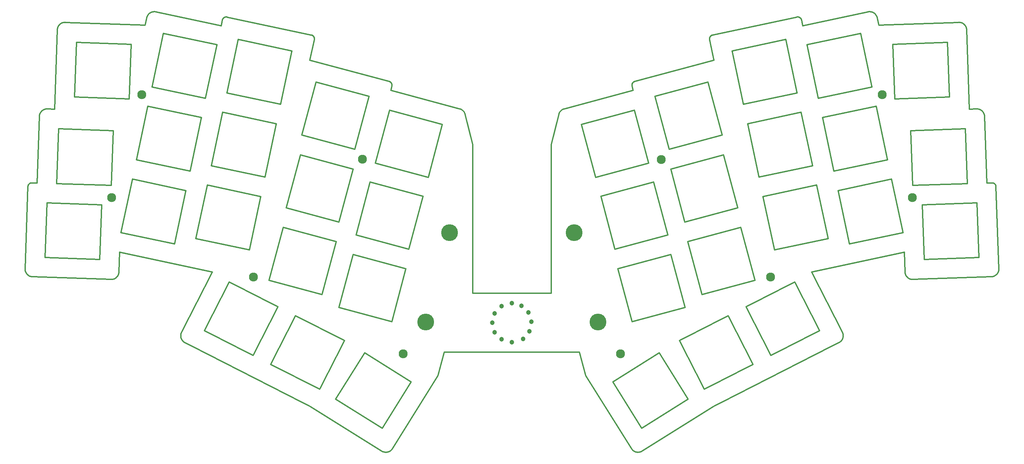
<source format=gbr>
%TF.GenerationSoftware,KiCad,Pcbnew,(6.0.6)*%
%TF.CreationDate,2022-07-10T22:04:10+09:00*%
%TF.ProjectId,nowt_top_plate,6e6f7774-5f74-46f7-905f-706c6174652e,rev?*%
%TF.SameCoordinates,Original*%
%TF.FileFunction,Soldermask,Bot*%
%TF.FilePolarity,Negative*%
%FSLAX46Y46*%
G04 Gerber Fmt 4.6, Leading zero omitted, Abs format (unit mm)*
G04 Created by KiCad (PCBNEW (6.0.6)) date 2022-07-10 22:04:10*
%MOMM*%
%LPD*%
G01*
G04 APERTURE LIST*
%TA.AperFunction,Profile*%
%ADD10C,0.349999*%
%TD*%
%ADD11C,2.300000*%
%ADD12C,4.300000*%
%ADD13C,1.200000*%
G04 APERTURE END LIST*
D10*
X60574183Y-106595409D02*
X60611627Y-106686843D01*
X268368122Y-66960407D02*
X268327007Y-66933615D01*
X178268392Y-129570598D02*
X170849523Y-117697925D01*
X221915456Y-62417575D02*
X208221379Y-65328338D01*
X135096517Y-95017428D02*
X135096517Y-57017425D01*
X182722188Y-110279056D02*
X182722188Y-110279056D01*
X71975821Y-24349573D02*
X71927106Y-24355292D01*
X181327611Y-66605006D02*
X181327611Y-66605006D01*
X265886617Y-49790467D02*
X265886617Y-49790467D01*
X111990434Y-135496236D02*
X112079714Y-135537795D01*
X245554595Y-89673526D02*
X245565355Y-89771720D01*
X196251191Y-28984401D02*
X196204852Y-29003241D01*
X43436566Y-91341699D02*
X43525265Y-91300922D01*
X89809743Y-100747767D02*
X83453878Y-113221858D01*
X114121679Y-43115027D02*
X114405217Y-42056855D01*
X21261983Y-90239163D02*
X21332297Y-90304519D01*
X43778705Y-91152846D02*
X43858413Y-91095112D01*
X145096517Y-95017428D02*
X145096517Y-95017428D01*
X94198866Y-29128076D02*
X94159703Y-29099278D01*
X269183735Y-89939904D02*
X269237338Y-89857698D01*
X132923131Y-48769717D02*
X132854309Y-48657354D01*
X113789873Y-135484815D02*
X113875812Y-135438151D01*
X218265957Y-24355285D02*
X218217241Y-24349566D01*
X170849523Y-117697925D02*
X170849523Y-117697925D01*
X219076756Y-25038712D02*
X219060131Y-24991083D01*
X80921697Y-70267982D02*
X67227628Y-67357219D01*
X176152925Y-135333081D02*
X176233767Y-135387805D01*
X202809606Y-73173369D02*
X202809606Y-73173369D01*
X52684961Y-23263975D02*
X52600446Y-23315928D01*
X176267282Y-40924330D02*
X176225182Y-40949138D01*
X267802320Y-90788848D02*
X267899518Y-90773335D01*
X268275047Y-90665030D02*
X268364806Y-90626759D01*
X157108606Y-49134266D02*
X157070913Y-49263894D01*
X26272052Y-47860498D02*
X26170279Y-47864677D01*
X94339232Y-29260203D02*
X94306680Y-29224780D01*
X105241948Y-80127971D02*
X118764913Y-83751437D01*
X228657003Y-107665782D02*
X228744304Y-107618594D01*
X93894249Y-28967784D02*
X93845379Y-28953446D01*
X175757100Y-41716043D02*
X175754285Y-41764772D01*
X132304768Y-48100941D02*
X132193269Y-48030727D01*
X195646475Y-29636186D02*
X195633837Y-29682954D01*
X187909185Y-107103633D02*
X187909185Y-107103633D01*
X221689946Y-89584628D02*
X245373235Y-84550586D01*
X52439988Y-23431798D02*
X52364686Y-23495165D01*
X54105573Y-23036988D02*
X54105573Y-23036988D01*
X246183538Y-90967509D02*
X246257758Y-91033351D01*
X71523509Y-24506906D02*
X71483903Y-24533992D01*
X256897420Y-44812654D02*
X242905950Y-45301246D01*
X71090017Y-25137643D02*
X70782987Y-26581882D01*
X195767001Y-29374974D02*
X195741834Y-29415828D01*
X263818517Y-47861493D02*
X263818517Y-47861493D01*
X95017347Y-41002997D02*
X95017347Y-41002997D01*
X195627507Y-30127522D02*
X195627507Y-30127522D01*
X135096517Y-57017425D02*
X135096517Y-57017425D01*
X104916845Y-58149425D02*
X108540303Y-44626464D01*
X108540303Y-44626464D02*
X95017347Y-41002997D01*
X20658979Y-88736903D02*
X20657987Y-88839836D01*
X24306516Y-49790496D02*
X24306516Y-49790496D01*
X229646511Y-105248485D02*
X229612973Y-105155926D01*
X25777502Y-47930616D02*
X25683537Y-47958800D01*
X175971030Y-41175638D02*
X175941359Y-41214897D01*
X52950339Y-23134955D02*
X52860082Y-23173456D01*
X260975525Y-26622183D02*
X260920704Y-26542902D01*
X113611145Y-135565474D02*
X113701602Y-135527290D01*
X195718634Y-29457854D02*
X195697449Y-29500978D01*
X53089696Y-42245528D02*
X66783757Y-45156291D01*
X260519862Y-26131564D02*
X260442282Y-26074864D01*
X256408818Y-30821180D02*
X256408818Y-30821180D01*
X22426160Y-66785197D02*
X22426160Y-66785197D01*
X20658979Y-88736903D02*
X20658979Y-88736903D01*
X60541166Y-106501826D02*
X60541166Y-106501826D01*
X218819772Y-24626271D02*
X218784350Y-24593718D01*
X52039739Y-47185174D02*
X52039739Y-47185174D01*
X217917028Y-24367413D02*
X196397756Y-28941468D01*
X175887700Y-41298049D02*
X175887700Y-41298049D01*
X177548786Y-135690894D02*
X177645427Y-135677076D01*
X21709027Y-67053107D02*
X21673586Y-67087827D01*
X71132950Y-24991083D02*
X71116325Y-25038711D01*
X177157838Y-135698601D02*
X177255882Y-135703868D01*
X72836072Y-92099246D02*
X85310170Y-98455112D01*
X51339437Y-26431175D02*
X30960530Y-25719528D01*
X53812128Y-22997017D02*
X53714069Y-22993416D01*
X113967856Y-40949123D02*
X113925758Y-40924315D01*
X237828302Y-23495161D02*
X237752997Y-23431794D01*
X21815130Y-90621130D02*
X21904630Y-90660099D01*
X22283981Y-90771780D02*
X22383551Y-90788002D01*
X21405715Y-90366495D02*
X21482116Y-90424961D01*
X102283841Y-107103633D02*
X89809743Y-100747767D01*
X21551265Y-67241424D02*
X21525731Y-67283099D01*
X155096517Y-95017428D02*
X155096517Y-95017428D01*
X227370000Y-63790000D02*
X224459233Y-50095937D01*
X80921697Y-70267982D02*
X80921697Y-70267982D01*
X43346035Y-91378081D02*
X43436566Y-91341699D01*
X114122474Y-41067767D02*
X114086027Y-41035302D01*
X265831951Y-49389130D02*
X265806262Y-49293222D01*
X268928841Y-90241720D02*
X268998296Y-90170863D01*
X229733760Y-105629534D02*
X229719011Y-105533004D01*
X131701619Y-47825593D02*
X114121679Y-43115027D01*
X25501590Y-48028360D02*
X25413869Y-48069494D01*
X60661123Y-104975345D02*
X60661123Y-104975345D01*
X21391515Y-67749690D02*
X21391515Y-67749690D01*
X246414520Y-91152905D02*
X246496729Y-91206493D01*
X114416865Y-42008640D02*
X114426074Y-41960119D01*
X93988216Y-29003252D02*
X93941878Y-28984411D01*
X228828795Y-107567368D02*
X228910360Y-107512238D01*
X114265467Y-135145627D02*
X114334376Y-135076003D01*
X29113032Y-26801045D02*
X29070411Y-26888821D01*
X108865422Y-66605006D02*
X108865422Y-66605006D01*
X22087054Y-66831855D02*
X22040943Y-66847811D01*
X83453878Y-113221858D02*
X83453878Y-113221858D01*
X22278161Y-66790947D02*
X22229551Y-66797675D01*
X60489329Y-106310753D02*
X60512826Y-106406723D01*
X195605485Y-29926168D02*
X195607120Y-29976165D01*
X43696500Y-91206434D02*
X43778705Y-91152846D01*
X131701619Y-47825593D02*
X131701619Y-47825593D01*
X198799154Y-54525958D02*
X185276189Y-58149425D01*
X33784208Y-30821180D02*
X33784208Y-30821180D01*
X60459294Y-105629571D02*
X60449278Y-105726649D01*
X237332905Y-23173453D02*
X237242650Y-23134952D01*
X30282392Y-25812919D02*
X30190183Y-25844838D01*
X261190471Y-27057277D02*
X261155804Y-26965504D01*
X158362265Y-47864869D02*
X158237069Y-47912370D01*
X185706090Y-85153811D02*
X189329564Y-98676776D01*
X21444880Y-67460476D02*
X21430174Y-67507085D01*
X229539668Y-106775976D02*
X229581425Y-106686823D01*
X131955962Y-47912396D02*
X131830767Y-47864898D01*
X237592534Y-23315924D02*
X237508022Y-23263971D01*
X113424249Y-135628556D02*
X113518645Y-135599264D01*
X157781941Y-48178093D02*
X157681105Y-48261904D01*
X114405217Y-42056855D02*
X114405217Y-42056855D01*
X242114019Y-65818885D02*
X242114019Y-65818885D01*
X72238301Y-43783864D02*
X85932363Y-46694627D01*
X238033299Y-23705232D02*
X237968553Y-23632026D01*
X238153295Y-47185174D02*
X241064061Y-60879237D01*
X260734913Y-26322717D02*
X260666307Y-26255612D01*
X64316861Y-81051284D02*
X64316861Y-81051284D01*
X20825762Y-89610233D02*
X20866881Y-89697950D01*
X20756229Y-89428298D02*
X20788838Y-89520306D01*
X228744304Y-107618594D02*
X228828795Y-107567368D01*
X21643384Y-90530845D02*
X21728007Y-90578002D01*
X113230842Y-135673141D02*
X113328099Y-135653247D01*
X180020574Y-61727084D02*
X166497609Y-65350551D01*
X44819799Y-84550586D02*
X68503080Y-89584628D01*
X21399856Y-67651060D02*
X21394474Y-67700164D01*
X61364226Y-107567376D02*
X61448715Y-107618602D01*
X261267429Y-27344923D02*
X261246414Y-27247108D01*
X94559200Y-29682968D02*
X94546565Y-29636201D01*
X21578854Y-67200979D02*
X21551265Y-67241424D01*
X219041291Y-24944743D02*
X219020310Y-24899742D01*
X228419942Y-68729648D02*
X228419942Y-68729648D01*
X21131153Y-90098831D02*
X21194895Y-90170557D01*
X25760633Y-85913226D02*
X25760633Y-85913226D01*
X87383420Y-73173369D02*
X100906385Y-76796836D01*
X118009908Y-88777278D02*
X104486943Y-85153811D01*
X223409276Y-45156291D02*
X220498510Y-31462224D01*
X29388518Y-26397424D02*
X29325349Y-26472909D01*
X259734242Y-25765020D02*
X259636760Y-25746077D01*
X264947734Y-48163998D02*
X264864841Y-48114835D01*
X29600675Y-26189604D02*
X29526448Y-26255445D01*
X60493509Y-105437242D02*
X60474043Y-105533043D01*
X127318883Y-51827590D02*
X113795919Y-48204124D01*
X237421420Y-23216470D02*
X237332905Y-23173453D01*
X245770160Y-90421918D02*
X245817033Y-90507556D01*
X122388379Y-70228473D02*
X122388379Y-70228473D01*
X84882413Y-51634273D02*
X71188344Y-48723508D01*
X268552619Y-67124096D02*
X268519087Y-67087823D01*
X175776168Y-42008677D02*
X175787816Y-42056893D01*
X71195817Y-24856131D02*
X71172771Y-24899744D01*
X114222000Y-41175621D02*
X114190531Y-41137981D01*
X267704119Y-90799589D02*
X267802320Y-90788848D01*
X93527974Y-123946704D02*
X111817571Y-135399585D01*
X48079023Y-65818885D02*
X48079023Y-65818885D01*
X127829030Y-110126506D02*
X145096517Y-110126506D01*
X218454323Y-24401219D02*
X218408356Y-24386373D01*
X265385921Y-48535170D02*
X265320583Y-48464843D01*
X94585905Y-29976174D02*
X94587542Y-29926178D01*
X177836166Y-135635377D02*
X177929914Y-135607555D01*
X207188085Y-91722178D02*
X207188085Y-91722178D01*
X108540303Y-44626464D02*
X108540303Y-44626464D01*
X53042160Y-23101003D02*
X52950339Y-23134955D01*
X94398965Y-29335383D02*
X94370009Y-29297095D01*
X260279060Y-25972715D02*
X260193677Y-25927510D01*
X217917028Y-24367413D02*
X217917028Y-24367413D01*
X47775678Y-31309773D02*
X47775678Y-31309773D01*
X228657003Y-107665782D02*
X228657003Y-107665782D01*
X218168023Y-24346251D02*
X218118379Y-24345387D01*
X265561134Y-48764286D02*
X265506327Y-48685012D01*
X238853597Y-26431175D02*
X238853597Y-26431175D01*
X44465636Y-90334119D02*
X44503921Y-90244377D01*
X245655376Y-90152840D02*
X245689258Y-90244398D01*
X22090277Y-90725038D02*
X22186182Y-90750748D01*
X177741279Y-135658561D02*
X177836166Y-135635377D01*
X247491491Y-67443198D02*
X247002889Y-53451728D01*
X211238744Y-110929202D02*
X223712835Y-104573337D01*
X113328099Y-135653247D02*
X113424249Y-135628556D01*
X52292802Y-23561958D02*
X52224437Y-23632030D01*
X218217241Y-24349566D02*
X218168023Y-24346251D01*
X269372646Y-89597756D02*
X269409042Y-89507220D01*
X111817571Y-135399585D02*
X111902995Y-135450156D01*
X24490742Y-49017981D02*
X24451787Y-49107497D01*
X249952336Y-72410342D02*
X263943807Y-71921748D01*
X43525265Y-91300922D02*
X43611965Y-91255813D01*
X219103063Y-25137647D02*
X219091091Y-25087583D01*
X25245580Y-48163861D02*
X25165273Y-48216853D01*
X25760633Y-85913226D02*
X39752103Y-86401813D01*
X75149060Y-30089796D02*
X72238301Y-43783864D01*
X61128780Y-107390820D02*
X61204143Y-107453350D01*
X261026576Y-26704205D02*
X260975525Y-26622183D01*
X21904630Y-90660099D02*
X21996386Y-90694778D01*
X175762284Y-41667536D02*
X175757100Y-41716043D01*
X135096517Y-95017428D02*
X135096517Y-95017428D01*
X175863970Y-41341609D02*
X175842518Y-41386095D01*
X172183126Y-88777278D02*
X172183126Y-88777278D01*
X52039739Y-47185174D02*
X49128980Y-60879237D01*
X206739156Y-113221858D02*
X206739156Y-113221858D01*
X247128150Y-91460285D02*
X247224353Y-91478464D01*
X175787816Y-42056893D02*
X176071355Y-43115027D01*
X60541166Y-106501826D02*
X60574183Y-106595409D01*
X229699543Y-105437201D02*
X229675372Y-105342303D01*
X133084440Y-49134253D02*
X133038503Y-49008477D01*
X157586059Y-48352045D02*
X157497110Y-48448208D01*
X113959275Y-135387403D02*
X114040116Y-135332673D01*
X259537717Y-25731936D02*
X259437242Y-25722718D01*
X85310170Y-98455112D02*
X78954297Y-110929202D01*
X268584207Y-67161840D02*
X268552619Y-67124096D01*
X132511927Y-48261913D02*
X132411090Y-48178106D01*
X113035188Y-135698248D02*
X113133146Y-135688132D01*
X245625970Y-90059632D02*
X245655376Y-90152840D01*
X28710080Y-66954608D02*
X28710080Y-66954608D01*
X114575116Y-134763888D02*
X126221341Y-116126506D01*
X61056689Y-107324792D02*
X61128780Y-107390820D01*
X43190145Y-53451728D02*
X43190145Y-53451728D01*
X241064061Y-60879237D02*
X241064061Y-60879237D01*
X24340171Y-49486913D02*
X24323969Y-49586497D01*
X269286732Y-89773161D02*
X269331856Y-89686458D01*
X118764913Y-83751437D02*
X122388379Y-70228473D01*
X42773685Y-91500607D02*
X42871717Y-91491898D01*
X260862241Y-26466484D02*
X260800267Y-26393048D01*
X194265065Y-119577724D02*
X187909185Y-107103633D01*
X261116845Y-26875986D02*
X261073726Y-26788846D01*
X25328489Y-48114701D02*
X25245580Y-48163861D01*
X268711694Y-67369811D02*
X268690380Y-67325920D01*
X237057619Y-23071629D02*
X236963192Y-23046871D01*
X71445617Y-24562948D02*
X71408726Y-24593727D01*
X24323969Y-49586497D02*
X24312707Y-49687732D01*
X246756678Y-91341756D02*
X246847213Y-91378137D01*
X132193269Y-48030727D02*
X132076898Y-47967775D01*
X245868089Y-90590897D02*
X245923254Y-90671781D01*
X71373305Y-24626279D02*
X71339429Y-24660557D01*
X71483903Y-24533992D02*
X71445617Y-24562948D01*
X60987987Y-107255401D02*
X61056689Y-107324792D01*
X219004689Y-48723508D02*
X219004689Y-48723508D01*
X22133914Y-66818160D02*
X22087054Y-66831855D01*
X112079714Y-135537795D02*
X112170660Y-135574803D01*
X176864934Y-135653613D02*
X176864934Y-135653613D01*
X175791943Y-41524231D02*
X175779718Y-41571542D01*
X236867723Y-23026759D02*
X236771387Y-23011325D01*
X61536016Y-107665790D02*
X61536016Y-107665790D01*
X242417363Y-31309773D02*
X256408818Y-30821180D01*
X269331856Y-89686458D02*
X269372646Y-89597756D01*
X264320143Y-47907079D02*
X264222681Y-47888120D01*
X83004949Y-91722178D02*
X83004949Y-91722178D01*
X177645427Y-135677076D02*
X177741279Y-135658561D01*
X229581425Y-106686823D02*
X229618872Y-106595387D01*
X267995551Y-90753122D02*
X268090258Y-90728285D01*
X268519087Y-67087823D02*
X268483648Y-67053103D01*
X113882422Y-40901556D02*
X113837920Y-40880900D01*
X72074681Y-24345392D02*
X72025038Y-24346257D01*
X260920704Y-26542902D02*
X260862241Y-26466484D01*
X229064249Y-107390810D02*
X229136342Y-107324781D01*
X60861208Y-107107070D02*
X60922788Y-107182782D01*
X145096517Y-95017428D02*
X135096517Y-95017428D01*
X42701551Y-67443198D02*
X43190145Y-53451728D01*
X24941258Y-48397605D02*
X24872655Y-48464711D01*
X114426074Y-41960119D02*
X114432854Y-41911380D01*
X21608462Y-67161844D02*
X21578854Y-67200979D01*
X53135372Y-23071632D02*
X53042160Y-23101003D01*
X44612293Y-89868905D02*
X44627826Y-89771719D01*
X26374997Y-47861484D02*
X26272052Y-47860498D01*
X265806262Y-49293222D02*
X265776023Y-49199327D01*
X238153295Y-47185174D02*
X238153295Y-47185174D01*
X175754285Y-41764772D02*
X175753853Y-41813636D01*
X21482116Y-90424961D02*
X21561380Y-90479788D01*
X247518303Y-91504515D02*
X247617513Y-91503497D01*
X176144975Y-41004686D02*
X176107008Y-41035318D01*
X112839184Y-135703974D02*
X112937142Y-135703519D01*
X176397115Y-48204124D02*
X176397115Y-48204124D01*
X196397756Y-28941468D02*
X196347692Y-28953440D01*
X20685507Y-89141090D02*
X20704442Y-89238560D01*
X114423198Y-41619313D02*
X114413307Y-41571517D01*
X170849523Y-117697925D02*
X182722188Y-110279056D01*
X195611303Y-30026439D02*
X195618083Y-30076917D01*
X155096517Y-57017425D02*
X155096517Y-95017428D01*
X84882413Y-51634273D02*
X84882413Y-51634273D01*
X176962189Y-135673503D02*
X177059882Y-135688489D01*
X268762496Y-67507085D02*
X268747789Y-67460474D01*
X133122136Y-49263879D02*
X133122136Y-49263879D01*
X242417363Y-31309773D02*
X242417363Y-31309773D01*
X229618872Y-106595387D02*
X229651891Y-106501803D01*
X94569577Y-29730459D02*
X94559200Y-29682968D01*
X241064061Y-60879237D02*
X227370000Y-63790000D01*
X263943807Y-71921748D02*
X263943807Y-71921748D01*
X259830032Y-25788642D02*
X259734242Y-25765020D01*
X162364003Y-110126506D02*
X163971700Y-116126506D01*
X157888262Y-48100925D02*
X157781941Y-48178093D01*
X95017347Y-41002997D02*
X91393880Y-54525958D01*
X113133146Y-135688132D02*
X113230842Y-135673141D01*
X24745332Y-48608478D02*
X24686873Y-48684897D01*
X176494924Y-40832110D02*
X176447344Y-40846131D01*
X265612172Y-48846299D02*
X265561134Y-48764286D01*
X265880424Y-49687719D02*
X265869162Y-49586500D01*
X114435928Y-41716014D02*
X114430742Y-41667508D01*
X261294898Y-27545746D02*
X261283634Y-27444509D01*
X178022346Y-135575124D02*
X178113288Y-135538113D01*
X47775678Y-31309773D02*
X33784208Y-30821180D01*
X268483648Y-67053103D02*
X268483648Y-67053103D01*
X71831476Y-24373745D02*
X71784711Y-24386382D01*
X238299217Y-24113145D02*
X238254077Y-24026465D01*
X126221341Y-116126506D02*
X127829030Y-110126506D01*
X224459233Y-50095937D02*
X224459233Y-50095937D01*
X114279468Y-41255700D02*
X114251670Y-41214879D01*
X217967633Y-24357988D02*
X217917028Y-24367413D01*
X44147580Y-90825483D02*
X44210739Y-90750002D01*
X229136342Y-107324781D02*
X229205048Y-107255390D01*
X122388379Y-70228473D02*
X108865422Y-66605006D01*
X52098667Y-23781429D02*
X52041462Y-23860463D01*
X202809606Y-73173369D02*
X189286657Y-76796836D01*
X196347692Y-28953440D02*
X196298821Y-28967776D01*
X21014193Y-89946539D02*
X21070879Y-90024115D01*
X268613814Y-67200976D02*
X268584207Y-67161840D01*
X247033116Y-91437463D02*
X247128150Y-91460285D01*
X52860082Y-23173456D02*
X52771565Y-23216474D01*
X238853597Y-26431175D02*
X238459569Y-24577460D01*
X28968823Y-27163345D02*
X28943965Y-27258047D01*
X53518633Y-23000603D02*
X53421605Y-23011327D01*
X61773091Y-68729648D02*
X61773091Y-68729648D01*
X259335466Y-25718543D02*
X259232518Y-25719533D01*
X68503080Y-89584628D02*
X60661123Y-104975345D01*
X229493715Y-106862710D02*
X229539668Y-106775976D01*
X223712835Y-104573337D02*
X217356969Y-92099246D01*
X42871717Y-91491898D02*
X42968915Y-91478421D01*
X44644506Y-89574496D02*
X44819799Y-84550586D01*
X28943965Y-27258047D02*
X28923731Y-27354076D01*
X21784680Y-66989277D02*
X21746146Y-67020186D01*
X177929914Y-135607555D02*
X178022346Y-135575124D01*
X269531635Y-88934822D02*
X269535524Y-88836110D01*
X268780782Y-90371913D02*
X268856283Y-90308761D01*
X260361972Y-26021874D02*
X260279060Y-25972715D01*
X60653383Y-106775994D02*
X60699334Y-106862728D01*
X23711377Y-66830077D02*
X23711377Y-66830077D01*
X175755813Y-41862546D02*
X175760178Y-41911415D01*
X112547589Y-135676743D02*
X112644232Y-135690557D01*
X176225182Y-40949138D02*
X176184390Y-40975941D01*
X228910360Y-107512238D02*
X228988883Y-107453341D01*
X247224353Y-91478464D02*
X247321556Y-91491936D01*
X60449278Y-105726649D02*
X60444008Y-105824100D01*
X260594580Y-26191854D02*
X260519862Y-26131564D01*
X155096517Y-95017428D02*
X145096517Y-95017428D01*
X157338728Y-48657358D02*
X157269908Y-48769724D01*
X54008054Y-23018771D02*
X53910181Y-23005458D01*
X268690380Y-67325920D02*
X268666937Y-67283096D01*
X189286657Y-76796836D02*
X185663182Y-63273875D01*
X29198674Y-52963138D02*
X28710080Y-66954608D01*
X196749273Y-35404974D02*
X176494924Y-40832110D01*
X93443761Y-35404974D02*
X94565511Y-30127528D01*
X220498510Y-31462224D02*
X234192571Y-28551461D01*
X209271337Y-70267982D02*
X222965398Y-67357219D01*
X268798195Y-67700164D02*
X268792813Y-67651060D01*
X229531926Y-104975291D02*
X221689946Y-89584628D01*
X217954732Y-43783864D02*
X217954732Y-43783864D01*
X268483648Y-67053103D02*
X268446526Y-67020182D01*
X265251994Y-48397740D02*
X265180285Y-48333983D01*
X133038503Y-49008477D02*
X132984631Y-48886862D01*
X195606350Y-29876523D02*
X195605485Y-29926168D01*
X52771565Y-23216474D02*
X52684961Y-23263975D01*
X131830767Y-47864898D02*
X131701619Y-47825593D01*
X269468398Y-89321315D02*
X269491235Y-89226277D01*
X30376101Y-25785521D02*
X30282392Y-25812919D01*
X61448715Y-107618602D02*
X61536016Y-107665790D01*
X245548680Y-89574489D02*
X245554595Y-89673526D01*
X22040943Y-66847811D02*
X21995666Y-66865997D01*
X71339429Y-24660557D02*
X71307171Y-24696511D01*
X52600446Y-23315928D02*
X52600446Y-23315928D01*
X196397756Y-28941468D02*
X196397756Y-28941468D01*
X268364806Y-90626759D02*
X268452593Y-90584157D01*
X25873289Y-47906990D02*
X25777502Y-47930616D01*
X175672573Y-134847199D02*
X175731016Y-134926904D01*
X264601858Y-47991540D02*
X264509861Y-47958910D01*
X114305326Y-41298030D02*
X114279468Y-41255700D01*
X113701602Y-135527290D02*
X113789873Y-135484815D01*
X28183896Y-47924653D02*
X28183896Y-47924653D01*
X265702417Y-49018060D02*
X265659309Y-48930931D01*
X269125986Y-90019610D02*
X269183735Y-89939904D01*
X30190183Y-25844838D02*
X30099640Y-25881214D01*
X229389681Y-107028386D02*
X229443681Y-106946892D01*
X66783757Y-45156291D02*
X69694524Y-31462224D01*
X30960530Y-25719528D02*
X30960530Y-25719528D01*
X265320583Y-48464843D02*
X265251994Y-48397740D01*
X204882863Y-98455112D02*
X204882863Y-98455112D01*
X195853824Y-29260186D02*
X195823045Y-29297078D01*
X48079023Y-65818885D02*
X45168256Y-79512950D01*
X71738745Y-24401229D02*
X71693652Y-24418236D01*
X208221379Y-65328338D02*
X205310613Y-51634273D01*
X260800267Y-26393048D02*
X260734913Y-26322717D01*
X29526448Y-26255445D02*
X29455576Y-26324882D01*
X69694524Y-31462224D02*
X69694524Y-31462224D01*
X20788838Y-89520306D02*
X20825762Y-89610233D01*
X190041661Y-81822677D02*
X190041661Y-81822677D01*
X262009130Y-47924653D02*
X262009130Y-47924653D01*
X175842518Y-41386095D02*
X175823355Y-41431419D01*
X44503921Y-90244377D02*
X44537803Y-90152823D01*
X60517679Y-105342346D02*
X60493509Y-105437242D01*
X218669564Y-24506896D02*
X218628711Y-24481729D01*
X91393880Y-54525958D02*
X104916845Y-58149425D01*
X93527974Y-123946704D02*
X93527974Y-123946704D01*
X30099640Y-25881214D02*
X30010928Y-25921986D01*
X145096517Y-110126506D02*
X162364003Y-110126506D01*
X268856283Y-90308761D02*
X268928841Y-90241720D01*
X157999762Y-48030708D02*
X157888262Y-48100925D01*
X236282804Y-23005457D02*
X236184929Y-23018770D01*
X87383420Y-73173369D02*
X87383420Y-73173369D01*
X176002500Y-41137997D02*
X175971030Y-41175638D01*
X94577649Y-29778600D02*
X94569577Y-29730459D01*
X30762605Y-25722369D02*
X30664561Y-25731066D01*
X114157332Y-41102011D02*
X114122474Y-41067767D01*
X229743777Y-105726614D02*
X229733760Y-105629534D01*
X219091091Y-25087583D02*
X219076756Y-25038712D01*
X28998233Y-27070133D02*
X28968823Y-27163345D01*
X47287084Y-45301246D02*
X47775678Y-31309773D01*
X113698117Y-40832093D02*
X113698117Y-40832093D01*
X94546565Y-29636201D02*
X94531720Y-29590234D01*
X172183126Y-88777278D02*
X185706090Y-85153811D01*
X218885908Y-24696504D02*
X218853650Y-24660549D01*
X247617513Y-91503497D02*
X267605077Y-90805484D01*
X218853650Y-24660549D02*
X218819772Y-24626271D01*
X218916473Y-24734088D02*
X218885908Y-24696504D01*
X21480974Y-67369813D02*
X21461826Y-67414691D01*
X237103337Y-42245528D02*
X237103337Y-42245528D01*
X229736248Y-106116892D02*
X229745298Y-106019383D01*
X221689946Y-89584628D02*
X221689946Y-89584628D01*
X157497110Y-48448208D02*
X157414564Y-48550082D01*
X218018109Y-24351207D02*
X217967633Y-24357988D01*
X247419595Y-91500641D02*
X247518303Y-91504515D01*
X245817033Y-90507556D02*
X245868089Y-90590897D01*
X24306516Y-49790496D02*
X23711377Y-66830077D01*
X68277578Y-62417575D02*
X81971646Y-65328338D01*
X178289999Y-135450471D02*
X178375417Y-135399898D01*
X113328099Y-135653247D02*
X113328099Y-135653247D01*
X256897420Y-44812654D02*
X256897420Y-44812654D01*
X237900187Y-23561954D02*
X237828302Y-23495161D01*
X51938916Y-24026469D02*
X51893775Y-24113148D01*
X112451735Y-135658231D02*
X112547589Y-135676743D01*
X29455576Y-26324882D02*
X29388518Y-26397424D01*
X60580076Y-105155974D02*
X60546539Y-105248531D01*
X267963119Y-66797671D02*
X267914510Y-66790943D01*
X196204852Y-29003241D02*
X196159850Y-29024222D01*
X88843129Y-33000560D02*
X75149060Y-30089796D01*
X68503080Y-89584628D02*
X68503080Y-89584628D01*
X21525731Y-67283099D02*
X21502288Y-67325922D01*
X171428121Y-83751437D02*
X167804647Y-70228473D01*
X60444008Y-105824100D02*
X60443497Y-105921747D01*
X93795316Y-28941473D02*
X93795316Y-28941473D01*
X264779478Y-48069624D02*
X264691774Y-48028485D01*
X44638588Y-89673529D02*
X44644506Y-89574496D01*
X60618275Y-105064853D02*
X60580076Y-105155974D01*
X53616179Y-22994622D02*
X53518633Y-23000603D01*
X112741489Y-135699644D02*
X112839184Y-135703974D01*
X102283841Y-107103633D02*
X102283841Y-107103633D01*
X28891515Y-27648513D02*
X28183896Y-47924653D01*
X199186147Y-59650409D02*
X202809606Y-73173369D01*
X218118379Y-24345387D02*
X218068383Y-24347023D01*
X204260671Y-46694627D02*
X201349904Y-33000560D01*
X20912073Y-89783327D02*
X20961218Y-89866233D01*
X96527906Y-95345645D02*
X100151372Y-81822677D01*
X268407990Y-66989273D02*
X268368122Y-66960407D01*
X261283634Y-27444509D02*
X261267429Y-27344923D01*
X246847213Y-91378137D02*
X246939414Y-91410060D01*
X229680232Y-106406698D02*
X229703729Y-106310727D01*
X206739156Y-113221858D02*
X194265065Y-119577724D01*
X222965398Y-67357219D02*
X225876165Y-81051284D01*
X72225425Y-24357988D02*
X72174949Y-24351209D01*
X65733808Y-50095937D02*
X65733808Y-50095937D01*
X22383551Y-90788002D02*
X22484771Y-90799285D01*
X70782987Y-26581882D02*
X70782987Y-26581882D01*
X114401081Y-41524207D02*
X114386531Y-41477471D01*
X229722397Y-106214066D02*
X229736248Y-106116892D01*
X184951085Y-80127971D02*
X184951085Y-80127971D01*
X242114019Y-65818885D02*
X245024785Y-79512950D01*
X267766515Y-66785193D02*
X267766515Y-66785193D01*
X22376549Y-66784677D02*
X22327188Y-66786604D01*
X71276606Y-24734094D02*
X71247809Y-24773257D01*
X268792813Y-67651060D02*
X268785045Y-67602458D01*
X93443761Y-35404974D02*
X93443761Y-35404974D01*
X114193357Y-135211682D02*
X114265467Y-135145627D01*
X114413307Y-41571517D02*
X114401081Y-41524207D01*
X265886617Y-49790467D02*
X265880424Y-49687719D01*
X176071355Y-43115027D02*
X176071355Y-43115027D01*
X269409042Y-89507220D02*
X269440980Y-89415018D01*
X52364686Y-23495165D02*
X52292802Y-23561958D01*
X268058753Y-66818156D02*
X268011228Y-66806752D01*
X203564626Y-78199210D02*
X203564626Y-78199210D01*
X176397115Y-48204124D02*
X180020574Y-61727084D01*
X45168256Y-79512950D02*
X45168256Y-79512950D01*
X113792321Y-40862402D02*
X113745697Y-40846115D01*
X196116236Y-29047269D02*
X196074056Y-29072308D01*
X195994196Y-29128061D02*
X195956611Y-29158626D01*
X261301091Y-27648511D02*
X261301091Y-27648511D01*
X94306680Y-29224780D02*
X94272403Y-29190902D01*
X162874150Y-51827590D02*
X162874150Y-51827590D01*
X195920656Y-29190886D02*
X195886377Y-29224763D01*
X24361184Y-49389099D02*
X24340171Y-49486913D01*
X104529851Y-63273875D02*
X91006887Y-59650409D01*
X265506327Y-48685012D02*
X265447879Y-48608600D01*
X223712835Y-104573337D02*
X223712835Y-104573337D01*
X114386441Y-102300242D02*
X118009908Y-88777278D01*
X94272403Y-29190902D02*
X94236449Y-29158642D01*
X268801152Y-67749690D02*
X268798195Y-67700164D01*
X72174949Y-24351209D02*
X72124676Y-24347026D01*
X218709172Y-24533982D02*
X218669564Y-24506896D01*
X51893775Y-24113148D02*
X51852857Y-24202084D01*
X185276189Y-58149425D02*
X181652730Y-44626464D01*
X132984631Y-48886862D02*
X132923131Y-48769717D01*
X71172771Y-24899744D02*
X71151790Y-24944744D01*
X100906385Y-76796836D02*
X104529851Y-63273875D01*
X43160142Y-91437413D02*
X43253838Y-91410007D01*
X29839668Y-26016467D02*
X29757450Y-26070053D01*
X228988883Y-107453341D02*
X229064249Y-107390810D01*
X28183896Y-47924653D02*
X26374997Y-47861484D01*
X218628711Y-24481729D02*
X218586685Y-24458530D01*
X70782987Y-26581882D02*
X54105573Y-23036988D01*
X265105585Y-48273693D02*
X265028025Y-48216991D01*
X85310170Y-98455112D02*
X85310170Y-98455112D01*
X195741834Y-29415828D02*
X195718634Y-29457854D01*
X229675372Y-105342303D02*
X229646511Y-105248485D01*
X33784208Y-30821180D02*
X33295613Y-44812654D01*
X112170660Y-135574803D02*
X112263095Y-135607231D01*
X25970767Y-47888044D02*
X25873289Y-47906990D01*
X94565511Y-30127528D02*
X94574938Y-30076924D01*
X21461826Y-67414691D02*
X21444880Y-67460476D01*
X229703729Y-106310727D02*
X229722397Y-106214066D01*
X261220718Y-27151186D02*
X261190471Y-27057277D01*
X234192571Y-28551461D02*
X234192571Y-28551461D01*
X60443497Y-105921747D02*
X60447760Y-106019413D01*
X167804647Y-70228473D02*
X181327611Y-66605006D01*
X263921446Y-47860527D02*
X263818517Y-47861493D01*
X181652730Y-44626464D02*
X181652730Y-44626464D01*
X44210739Y-90750002D02*
X44269936Y-90671741D01*
X196298821Y-28967776D02*
X196251191Y-28984401D01*
X94370009Y-29297095D02*
X94339232Y-29260203D01*
X219410039Y-26581882D02*
X219410039Y-26581882D01*
X247002889Y-53451728D02*
X247002889Y-53451728D01*
X21640052Y-67124100D02*
X21608462Y-67161844D01*
X21865661Y-66933618D02*
X21824546Y-66960411D01*
X94583366Y-29827316D02*
X94577649Y-29778600D01*
X175760178Y-41911415D02*
X175766959Y-41960154D01*
X176317230Y-135438548D02*
X176403169Y-135485206D01*
X267865484Y-66786600D02*
X267816125Y-66784673D01*
X43253838Y-91410007D02*
X43346035Y-91378081D01*
X245727544Y-90334145D02*
X245770160Y-90421918D01*
X237508022Y-23263971D02*
X237421420Y-23216470D01*
X94514714Y-29545140D02*
X94495596Y-29500994D01*
X163971700Y-116126506D02*
X175617910Y-134764339D01*
X112263095Y-135607231D02*
X112356846Y-135635050D01*
X72025038Y-24346257D02*
X71975821Y-24349573D01*
X78954297Y-110929202D02*
X78954297Y-110929202D01*
X256408818Y-30821180D02*
X256897420Y-44812654D01*
X237242650Y-23134952D02*
X237150830Y-23101000D01*
X195607120Y-29976165D02*
X195611303Y-30026439D01*
X236771387Y-23011325D02*
X236674358Y-23000601D01*
X175731016Y-134926904D02*
X175793093Y-135003350D01*
X225876165Y-81051284D02*
X225876165Y-81051284D01*
X209271337Y-70267982D02*
X209271337Y-70267982D01*
X199186147Y-59650409D02*
X199186147Y-59650409D01*
X195609666Y-29827304D02*
X195606350Y-29876523D01*
X60611627Y-106686843D02*
X60653383Y-106775994D01*
X178113288Y-135538113D02*
X178202564Y-135496552D01*
X259437242Y-25722718D02*
X259335466Y-25718543D01*
X260994359Y-52963138D02*
X260994359Y-52963138D01*
X162364003Y-110126506D02*
X162364003Y-110126506D01*
X268998296Y-90170863D02*
X269064152Y-90096652D01*
X28897433Y-27549470D02*
X28891515Y-27648513D01*
X176074848Y-135274479D02*
X176152925Y-135333081D01*
X176674393Y-135599639D02*
X176768787Y-135628927D01*
X259924000Y-25816824D02*
X259830032Y-25788642D01*
X261073726Y-26788846D02*
X261026576Y-26704205D01*
X29757450Y-26070053D02*
X29677731Y-26127786D01*
X238204814Y-23942188D02*
X238151530Y-23860459D01*
X132076898Y-47967775D02*
X131955962Y-47912396D01*
X175927571Y-135146052D02*
X175999682Y-135212101D01*
X71116325Y-25038711D02*
X71101989Y-25087580D01*
X190041661Y-81822677D02*
X203564626Y-78199210D01*
X158237069Y-47912370D02*
X158116133Y-47967753D01*
X67227628Y-67357219D02*
X64316861Y-81051284D01*
X111902995Y-135450156D02*
X111990434Y-135496236D01*
X177451531Y-135699985D02*
X177548786Y-135690894D01*
X71693652Y-24418236D02*
X71649508Y-24437356D01*
X72238301Y-43783864D02*
X72238301Y-43783864D01*
X176107008Y-41035318D02*
X176070560Y-41067783D01*
X247617513Y-91503497D02*
X247617513Y-91503497D01*
X61536016Y-107665790D02*
X93527974Y-123946704D01*
X25012982Y-48333846D02*
X24941258Y-48397605D01*
X113925758Y-40924315D02*
X113882422Y-40901556D01*
X81971646Y-65328338D02*
X84882413Y-51634273D01*
X30861317Y-25718502D02*
X30762605Y-25722369D01*
X246334807Y-91095170D02*
X246414520Y-91152905D01*
X24386878Y-49293178D02*
X24361184Y-49389099D01*
X71784711Y-24386382D02*
X71738745Y-24401229D01*
X245548680Y-89574489D02*
X245548680Y-89574489D01*
X268730843Y-67414690D02*
X268711694Y-67369811D01*
X195615384Y-29778587D02*
X195609666Y-29827304D01*
X26069807Y-47873899D02*
X25970767Y-47888044D01*
X21746146Y-67020186D02*
X21709027Y-67053107D01*
X24533859Y-48930841D02*
X24490742Y-49017981D01*
X237968553Y-23632026D02*
X237900187Y-23561954D01*
X176310618Y-40901571D02*
X176267282Y-40924330D01*
X114350506Y-41386074D02*
X114329055Y-41341589D01*
X236576811Y-22994620D02*
X236478920Y-22993415D01*
X175823355Y-41431419D02*
X175806493Y-41477494D01*
X86628408Y-78199210D02*
X86628408Y-78199210D01*
X246939414Y-91410060D02*
X247033116Y-91437463D01*
X100151372Y-81822677D02*
X100151372Y-81822677D01*
X203564626Y-78199210D02*
X207188085Y-91722178D01*
X29325349Y-26472909D02*
X29266142Y-26551175D01*
X21824546Y-66960411D02*
X21784680Y-66989277D01*
X201349904Y-33000560D02*
X215043981Y-30089796D01*
X94495596Y-29500994D02*
X94474413Y-29457871D01*
X269509428Y-89130072D02*
X269522916Y-89032864D01*
X60447760Y-106019413D02*
X60456810Y-106116921D01*
X163971700Y-116126506D02*
X163971700Y-116126506D01*
X44269936Y-90671741D02*
X44325098Y-90590860D01*
X21394474Y-67700164D02*
X21391515Y-67749690D01*
X71564362Y-24481739D02*
X71523509Y-24506906D01*
X217356969Y-92099246D02*
X204882863Y-98455112D01*
X52518608Y-23372004D02*
X52439988Y-23431798D01*
X261301091Y-27648511D02*
X261294898Y-27545746D01*
X158491414Y-47825561D02*
X158491414Y-47825561D01*
X85932363Y-46694627D02*
X88843129Y-33000560D01*
X22327188Y-66786604D02*
X22278161Y-66790947D01*
X200383290Y-100747767D02*
X200383290Y-100747767D01*
X219004689Y-48723508D02*
X221915456Y-62417575D01*
X112356846Y-135635050D02*
X112451735Y-135658231D01*
X71878966Y-24363365D02*
X71831476Y-24373745D01*
X211238744Y-110929202D02*
X211238744Y-110929202D01*
X52041462Y-23860463D02*
X51988178Y-23942191D01*
X119343511Y-117697925D02*
X107470845Y-110279056D01*
X114040116Y-135332673D02*
X114118192Y-135274065D01*
X100863477Y-98676776D02*
X100863477Y-98676776D01*
X114575116Y-134763888D02*
X114575116Y-134763888D01*
X123695417Y-65350551D02*
X127318883Y-51827590D01*
X268183477Y-90698896D02*
X268275047Y-90665030D01*
X268011228Y-66806752D02*
X267963119Y-66797671D01*
X20657987Y-88839836D02*
X20662158Y-88941599D01*
X145096517Y-110126506D02*
X145096517Y-110126506D01*
X222965398Y-67357219D02*
X222965398Y-67357219D01*
X113795919Y-48204124D02*
X113795919Y-48204124D01*
X247321556Y-91491936D02*
X247419595Y-91500641D01*
X263943807Y-71921748D02*
X264432409Y-85913226D01*
X175787816Y-42056893D02*
X175787816Y-42056893D01*
X260193677Y-25927510D02*
X260105953Y-25886379D01*
X71408726Y-24593727D02*
X71373305Y-24626279D01*
X25683537Y-47958800D02*
X25591523Y-47991422D01*
X54105573Y-23036988D02*
X54008054Y-23018771D01*
X268105613Y-66831851D02*
X268058753Y-66818156D01*
X53325269Y-23026762D02*
X53229800Y-23046874D01*
X234192571Y-28551461D02*
X237103337Y-42245528D01*
X114334376Y-135076003D02*
X114399941Y-135002914D01*
X28891515Y-27648513D02*
X28891515Y-27648513D01*
X195697449Y-29500978D02*
X195678329Y-29545124D01*
X68277578Y-62417575D02*
X68277578Y-62417575D01*
X218586685Y-24458530D02*
X218543562Y-24437346D01*
X266481664Y-66830077D02*
X265886617Y-49790467D01*
X104486943Y-85153811D02*
X100863477Y-98676776D01*
X245923254Y-90671781D02*
X245982455Y-90750046D01*
X269440980Y-89415018D02*
X269468398Y-89321315D01*
X112937142Y-135703519D02*
X113035188Y-135698248D01*
X72124676Y-24347026D02*
X72074681Y-24345392D01*
X44325098Y-90590860D02*
X44376151Y-90507522D01*
X21417743Y-67554440D02*
X21407625Y-67602459D01*
X83004949Y-91722178D02*
X96527906Y-95345645D01*
X265741365Y-49107566D02*
X265702417Y-49018060D01*
X71151790Y-24944744D02*
X71132950Y-24991083D01*
X44644506Y-89574496D02*
X44644506Y-89574496D01*
X218945271Y-24773252D02*
X218916473Y-24734088D01*
X259232518Y-25719533D02*
X238853597Y-26431175D01*
X22426160Y-66785197D02*
X22376549Y-66784677D01*
X132854309Y-48657354D02*
X132778471Y-48550082D01*
X250440923Y-86401813D02*
X249952336Y-72410342D01*
X29266142Y-26551175D02*
X29210972Y-26632060D01*
X100151372Y-81822677D02*
X86628408Y-78199210D01*
X267766515Y-66785193D02*
X266481664Y-66830077D01*
X44819799Y-84550586D02*
X44819799Y-84550586D01*
X218972226Y-24813948D02*
X218945271Y-24773252D01*
X229443681Y-106946892D02*
X229493715Y-106862710D01*
X61773091Y-68729648D02*
X48079023Y-65818885D01*
X114251670Y-41214879D02*
X114222000Y-41175621D01*
X91006887Y-59650409D02*
X87383420Y-73173369D01*
X237592534Y-23315924D02*
X237592534Y-23315924D01*
X94587542Y-29926178D02*
X94586679Y-29876534D01*
X238151530Y-23860459D02*
X238094325Y-23781425D01*
X264123658Y-47873961D02*
X264023203Y-47864723D01*
X40240697Y-72410342D02*
X26249227Y-71921748D01*
X24451787Y-49107497D02*
X24417122Y-49199270D01*
X127829030Y-110126506D02*
X127829030Y-110126506D01*
X44009671Y-90967456D02*
X44080533Y-90898021D01*
X264023203Y-47864723D02*
X263921446Y-47860527D01*
X268151723Y-66847807D02*
X268105613Y-66831851D01*
X175999682Y-135212101D02*
X176074848Y-135274479D01*
X218499417Y-24418226D02*
X218454323Y-24401219D01*
X218784350Y-24593718D02*
X218747459Y-24562939D01*
X175913559Y-41255718D02*
X175887700Y-41298049D01*
X158491414Y-47825561D02*
X158362265Y-47864869D01*
X269535524Y-88836110D02*
X269534520Y-88736896D01*
X60803362Y-107028401D02*
X60861208Y-107107070D01*
X72276029Y-24367411D02*
X72225425Y-24357988D01*
X229331833Y-107107057D02*
X229389681Y-107028386D01*
X218543562Y-24437346D02*
X218499417Y-24418226D01*
X28908196Y-27451271D02*
X28897433Y-27549470D01*
X21561380Y-90479788D02*
X21643384Y-90530845D01*
X114121679Y-43115027D02*
X114121679Y-43115027D01*
X107470845Y-110279056D02*
X100051976Y-122151729D01*
X176403169Y-135485206D02*
X176491439Y-135527676D01*
X175887700Y-41298049D02*
X175863970Y-41341609D01*
X71247809Y-24773257D02*
X71220855Y-24813953D01*
X265180285Y-48333983D02*
X265105585Y-48273693D01*
X246112671Y-90898072D02*
X246183538Y-90967509D01*
X132411090Y-48178106D02*
X132304768Y-48100941D01*
X20728057Y-89334339D02*
X20756229Y-89428298D01*
X22181441Y-66806756D02*
X22133914Y-66818160D01*
X195623458Y-29730445D02*
X195615384Y-29778587D01*
X238436547Y-24480962D02*
X238408900Y-24386136D01*
X21907941Y-66908931D02*
X21865661Y-66933618D01*
X30471143Y-25762704D02*
X30376101Y-25785521D01*
X71220855Y-24813953D02*
X71195817Y-24856131D01*
X267605077Y-90805484D02*
X267704119Y-90799589D01*
X229749049Y-105824067D02*
X229743777Y-105726614D01*
X29526448Y-26255445D02*
X29526448Y-26255445D01*
X71606386Y-24458540D02*
X71564362Y-24481739D01*
X60922788Y-107182782D02*
X60987987Y-107255401D01*
X94426049Y-29374991D02*
X94398965Y-29335383D01*
X236087407Y-23036988D02*
X236087407Y-23036988D01*
X127318883Y-51827590D02*
X127318883Y-51827590D01*
X66480207Y-104573337D02*
X66480207Y-104573337D01*
X158116133Y-47967753D02*
X157999762Y-48030708D01*
X24417122Y-49199270D02*
X24386878Y-49293178D01*
X94586679Y-29876534D02*
X94583366Y-29827316D01*
X237752997Y-23431794D02*
X237674375Y-23372000D01*
X61282664Y-107512247D02*
X61364226Y-107567376D01*
X245373235Y-84550586D02*
X245373235Y-84550586D01*
X21430174Y-67507085D02*
X21417743Y-67554440D01*
X268785045Y-67602458D02*
X268774927Y-67554439D01*
X21070879Y-90024115D02*
X21131153Y-90098831D01*
X52224437Y-23632030D02*
X52159692Y-23705236D01*
X176447344Y-40846131D02*
X176400720Y-40862418D01*
X53714069Y-22993416D02*
X53616179Y-22994622D01*
X52159692Y-23705236D02*
X52098667Y-23781429D01*
X155096517Y-57017425D02*
X155096517Y-57017425D01*
X259636760Y-25746077D02*
X259537717Y-25731936D01*
X44537803Y-90152823D02*
X44567208Y-90059618D01*
X195618083Y-30076917D02*
X195627507Y-30127522D01*
X200383290Y-100747767D02*
X206739156Y-113221858D01*
X72276029Y-24367411D02*
X72276029Y-24367411D01*
X266481664Y-66830077D02*
X266481664Y-66830077D01*
X126221341Y-116126506D02*
X126221341Y-116126506D01*
X245580887Y-89868911D02*
X245601116Y-89964935D01*
X114439178Y-41813604D02*
X114438744Y-41764742D01*
X195678329Y-29545124D02*
X195661321Y-29590218D01*
X43935457Y-91033295D02*
X44009671Y-90967456D01*
X195886377Y-29224763D02*
X195853824Y-29260186D01*
X268666937Y-67283096D02*
X268641403Y-67241421D01*
X176184390Y-40975941D02*
X176144975Y-41004686D01*
X71307171Y-24696511D02*
X71276606Y-24734094D01*
X113875812Y-135438151D02*
X113959275Y-135387403D01*
X94531720Y-29590234D02*
X94514714Y-29545140D01*
X267605077Y-90805484D02*
X267605077Y-90805484D01*
X20704442Y-89238560D02*
X20728057Y-89334339D01*
X65733808Y-50095937D02*
X52039739Y-47185174D01*
X246045619Y-90825530D02*
X246112671Y-90898072D01*
X175779718Y-41571542D02*
X175769828Y-41619340D01*
X229205048Y-107255390D02*
X229270250Y-107182770D01*
X119343511Y-117697925D02*
X119343511Y-117697925D01*
X157681105Y-48261904D02*
X157586059Y-48352045D01*
X21391515Y-67749690D02*
X20658979Y-88736903D01*
X114462015Y-134926464D02*
X114520456Y-134846754D01*
X215043981Y-30089796D02*
X215043981Y-30089796D01*
X29159910Y-26715404D02*
X29113032Y-26801045D01*
X29032120Y-26978571D02*
X28998233Y-27070133D01*
X21995666Y-66865997D02*
X21951304Y-66886380D01*
X176355121Y-40880916D02*
X176310618Y-40901571D01*
X189329564Y-98676776D02*
X175806600Y-102300242D01*
X42674983Y-91504487D02*
X42773685Y-91500607D01*
X114437218Y-41862513D02*
X114439178Y-41813604D01*
X83453878Y-113221858D02*
X95927968Y-119577724D01*
X175617910Y-134764339D02*
X175672573Y-134847199D01*
X180020574Y-61727084D02*
X180020574Y-61727084D01*
X238254077Y-24026465D02*
X238204814Y-23942188D01*
X60470662Y-106214093D02*
X60489329Y-106310753D01*
X91006887Y-59650409D02*
X91006887Y-59650409D01*
X229745298Y-106019383D02*
X229749561Y-105921716D01*
X114438744Y-41764742D02*
X114435928Y-41716014D01*
X176491439Y-135527676D02*
X176581895Y-135565855D01*
X246183538Y-90967509D02*
X246183538Y-90967509D01*
X105241948Y-80127971D02*
X105241948Y-80127971D01*
X113518645Y-135599264D02*
X113611145Y-135565474D01*
X245982455Y-90750046D02*
X246045619Y-90825530D01*
X78010930Y-83962050D02*
X80921697Y-70267982D01*
X114048062Y-41004670D02*
X114008648Y-40975926D01*
X166497609Y-65350551D02*
X162874150Y-51827590D01*
X113745697Y-40846115D02*
X113698117Y-40832093D01*
X184951085Y-80127971D02*
X171428121Y-83751437D01*
X176233767Y-135387805D02*
X176317230Y-135438548D01*
X53229800Y-23046874D02*
X53135372Y-23071632D01*
X112644232Y-135690557D02*
X112741489Y-135699644D01*
X22229551Y-66797675D02*
X22181441Y-66806756D01*
X219020310Y-24899742D02*
X218997264Y-24856128D01*
X20866881Y-89697950D02*
X20912073Y-89783327D01*
X236087407Y-23036988D02*
X219410039Y-26581882D01*
X231330709Y-82423713D02*
X228419942Y-68729648D01*
X21673586Y-67087827D02*
X21640052Y-67124100D01*
X268538245Y-90537298D02*
X268621602Y-90486255D01*
X53089696Y-42245528D02*
X53089696Y-42245528D01*
X100863477Y-98676776D02*
X114386441Y-102300242D01*
X220498510Y-31462224D02*
X220498510Y-31462224D01*
X40240697Y-72410342D02*
X40240697Y-72410342D01*
X51852857Y-24202084D02*
X51816262Y-24293130D01*
X93941878Y-28984411D02*
X93894249Y-28967784D01*
X264509861Y-47958910D02*
X264415913Y-47930716D01*
X114118192Y-135274065D02*
X114193357Y-135211682D01*
X175617910Y-134764339D02*
X175617910Y-134764339D01*
X175806493Y-41477494D02*
X175791943Y-41524231D01*
X22587522Y-90805499D02*
X42575780Y-91503474D01*
X60699334Y-106862728D02*
X60749365Y-106946908D01*
X267914510Y-66790943D02*
X267865484Y-66786600D01*
X238094325Y-23781425D02*
X238033299Y-23705232D01*
X187909185Y-107103633D02*
X200383290Y-100747767D01*
X229651891Y-106501803D02*
X229651891Y-106501803D01*
X175806600Y-102300242D02*
X172183126Y-88777278D01*
X75149060Y-30089796D02*
X75149060Y-30089796D01*
X29198674Y-52963138D02*
X29198674Y-52963138D01*
X178375417Y-135399898D02*
X178375417Y-135399898D01*
X195823045Y-29297078D02*
X195794088Y-29335365D01*
X51756442Y-24480965D02*
X51733419Y-24577463D01*
X51733419Y-24577463D02*
X51733419Y-24577463D01*
X175766959Y-41960154D02*
X175776168Y-42008677D01*
X113698117Y-40832093D02*
X93443761Y-35404974D01*
X162874150Y-51827590D02*
X176397115Y-48204124D01*
X114432854Y-41911380D02*
X114437218Y-41862513D01*
X175941359Y-41214897D02*
X175913559Y-41255718D01*
X218997264Y-24856128D02*
X218972226Y-24813948D01*
X218068383Y-24347023D02*
X218018109Y-24351207D01*
X132606974Y-48352051D02*
X132511927Y-48261913D01*
X21407625Y-67602459D02*
X21399856Y-67651060D01*
X177353838Y-135704320D02*
X177451531Y-135699985D01*
X245373235Y-84550586D02*
X245548680Y-89574489D01*
X118009908Y-88777278D02*
X118009908Y-88777278D01*
X42575780Y-91503474D02*
X42575780Y-91503474D01*
X24312707Y-49687732D02*
X24306516Y-49790496D01*
X60456810Y-106116921D02*
X60470662Y-106214093D01*
X245601116Y-89964935D02*
X245625970Y-90059632D01*
X157269908Y-48769724D02*
X157208410Y-48886870D01*
X114405217Y-42056855D02*
X114416865Y-42008640D01*
X229651891Y-106501803D02*
X229680232Y-106406698D01*
X20961218Y-89866233D02*
X21014193Y-89946539D01*
X269534520Y-88736896D02*
X268801152Y-67749690D01*
X20662158Y-88941599D02*
X20671372Y-89042060D01*
X22186182Y-90750748D02*
X22283981Y-90771780D01*
X260994359Y-52963138D02*
X261482946Y-66954608D01*
X205310613Y-51634273D02*
X205310613Y-51634273D01*
X44080533Y-90898021D02*
X44147580Y-90825483D01*
X157208410Y-48886870D02*
X157154541Y-49008488D01*
X114086027Y-41035302D02*
X114048062Y-41004670D01*
X245565355Y-89771720D02*
X245580887Y-89868911D01*
X71188344Y-48723508D02*
X71188344Y-48723508D01*
X94581719Y-30026447D02*
X94585905Y-29976174D01*
X195794088Y-29335365D02*
X195767001Y-29374974D01*
X229531926Y-104975291D02*
X229531926Y-104975291D01*
X91393880Y-54525958D02*
X91393880Y-54525958D01*
X238459569Y-24577460D02*
X238459569Y-24577460D01*
X111817571Y-135399585D02*
X111817571Y-135399585D01*
X94119009Y-29072322D02*
X94076830Y-29047282D01*
X219060131Y-24991083D02*
X219041291Y-24944743D01*
X178375417Y-135399898D02*
X196665059Y-123946704D01*
X245024785Y-79512950D02*
X245024785Y-79512950D01*
X44009671Y-90967456D02*
X44009671Y-90967456D01*
X113795919Y-48204124D02*
X110172460Y-61727084D01*
X114430742Y-41667508D02*
X114423198Y-41619313D01*
X60546539Y-105248531D02*
X60517679Y-105342346D01*
X71101989Y-25087580D02*
X71090017Y-25137643D01*
X176400720Y-40862418D02*
X176355121Y-40880916D01*
X24581006Y-48846200D02*
X24533859Y-48930841D01*
X236184929Y-23018770D02*
X236087407Y-23036988D01*
X44592063Y-89964926D02*
X44612293Y-89868905D01*
X33295613Y-44812654D02*
X33295613Y-44812654D01*
X181327611Y-66605006D02*
X184951085Y-80127971D01*
X22484771Y-90799285D02*
X22587522Y-90805499D01*
X229719011Y-105533004D02*
X229699543Y-105437201D01*
X260666307Y-26255612D02*
X260594580Y-26191854D01*
X175793093Y-135003350D02*
X175858659Y-135076434D01*
X30664561Y-25731066D02*
X30567352Y-25744532D01*
X195175695Y-41002997D02*
X195175695Y-41002997D01*
X261482946Y-66954608D02*
X261482946Y-66954608D01*
X88843129Y-33000560D02*
X88843129Y-33000560D01*
X43611965Y-91255813D02*
X43696500Y-91206434D01*
X25087697Y-48273555D02*
X25012982Y-48333846D01*
X268774927Y-67554439D02*
X268762496Y-67507085D01*
X261482946Y-66954608D02*
X247491491Y-67443198D01*
X262009130Y-47924653D02*
X261301091Y-27648511D01*
X245024785Y-79512950D02*
X231330709Y-82423713D01*
X268747789Y-67460474D02*
X268730843Y-67414690D01*
X94076830Y-29047282D02*
X94033217Y-29024234D01*
X189329564Y-98676776D02*
X189329564Y-98676776D01*
X56000455Y-28551461D02*
X53089696Y-42245528D01*
X268641403Y-67241421D02*
X268613814Y-67200976D01*
X26170279Y-47864677D02*
X26069807Y-47873899D01*
X268621602Y-90486255D02*
X268702502Y-90431102D01*
X196665059Y-123946704D02*
X228657003Y-107665782D01*
X39752103Y-86401813D02*
X40240697Y-72410342D01*
X60512826Y-106406723D02*
X60541166Y-106501826D01*
X195633837Y-29682954D02*
X195623458Y-29730445D01*
X157414564Y-48550082D02*
X157338728Y-48657358D01*
X269522916Y-89032864D02*
X269531635Y-88934822D01*
X263818517Y-47861493D02*
X262009130Y-47924653D01*
X157154541Y-49008488D02*
X157108606Y-49134266D01*
X265447879Y-48608600D02*
X265385921Y-48535170D01*
X114305326Y-41298030D02*
X114305326Y-41298030D01*
X264432409Y-85913226D02*
X250440923Y-86401813D01*
X42968915Y-91478421D02*
X43065112Y-91460239D01*
X71090017Y-25137643D02*
X71090017Y-25137643D01*
X269534520Y-88736896D02*
X269534520Y-88736896D01*
X24686873Y-48684897D02*
X24632054Y-48764178D01*
X201349904Y-33000560D02*
X201349904Y-33000560D01*
X195175695Y-41002997D02*
X198799154Y-54525958D01*
X190141057Y-122151729D02*
X190141057Y-122151729D01*
X114369669Y-41431397D02*
X114350506Y-41386074D01*
X176071355Y-43115027D02*
X158491414Y-47825561D01*
X104486943Y-85153811D02*
X104486943Y-85153811D01*
X176864934Y-135653613D02*
X176962189Y-135673503D01*
X265869162Y-49586500D02*
X265852962Y-49486930D01*
X269237338Y-89857698D02*
X269286732Y-89773161D01*
X94451215Y-29415845D02*
X94426049Y-29374991D01*
X28923731Y-27354076D02*
X28908196Y-27451271D01*
X51988178Y-23942191D02*
X51938916Y-24026469D01*
X23711377Y-66830077D02*
X22426160Y-66785197D01*
X195661321Y-29590218D02*
X195646475Y-29636186D01*
X219410039Y-26581882D02*
X219103063Y-25137647D01*
X264222681Y-47888120D02*
X264123658Y-47873961D01*
X110172460Y-61727084D02*
X110172460Y-61727084D01*
X269491235Y-89226277D02*
X269509428Y-89130072D01*
X246496729Y-91206493D02*
X246581270Y-91255872D01*
X176768787Y-135628927D02*
X176864934Y-135653613D01*
X26249227Y-71921748D02*
X25760633Y-85913226D01*
X44423022Y-90421888D02*
X44465636Y-90334119D01*
X24632054Y-48764178D02*
X24581006Y-48846200D01*
X195627507Y-30127522D02*
X196749273Y-35404974D01*
X133122136Y-49263879D02*
X133084440Y-49134253D01*
X21709027Y-67053107D02*
X21709027Y-67053107D01*
X110172460Y-61727084D02*
X123695417Y-65350551D01*
X21951304Y-66886380D02*
X21907941Y-66908931D01*
X60474043Y-105533043D02*
X60459294Y-105629571D01*
X229612973Y-105155926D02*
X229574774Y-105064802D01*
X196033360Y-29099263D02*
X195994196Y-29128061D01*
X190141057Y-122151729D02*
X178268392Y-129570598D01*
X260016017Y-25849443D02*
X259924000Y-25816824D01*
X64316861Y-81051284D02*
X78010930Y-83962050D01*
X265852962Y-49486930D02*
X265831951Y-49389130D01*
X176581895Y-135565855D02*
X176674393Y-135599639D01*
X44627826Y-89771719D02*
X44638588Y-89673529D01*
X196749273Y-35404974D02*
X196749273Y-35404974D01*
X236380859Y-22997016D02*
X236282804Y-23005457D01*
X182722188Y-110279056D02*
X190141057Y-122151729D01*
X69694524Y-31462224D02*
X56000455Y-28551461D01*
X21194895Y-90170557D02*
X21261983Y-90239163D01*
X56000455Y-28551461D02*
X56000455Y-28551461D01*
X89809743Y-100747767D02*
X89809743Y-100747767D01*
X268241363Y-66886376D02*
X268197001Y-66865993D01*
X114190531Y-41137981D02*
X114157332Y-41102011D01*
X218361590Y-24373736D02*
X218314099Y-24363357D01*
X29677731Y-26127786D02*
X29600675Y-26189604D01*
X66480207Y-104573337D02*
X72836072Y-92099246D01*
X29210972Y-26632060D02*
X29159910Y-26715404D01*
X25413869Y-48069494D02*
X25328489Y-48114701D01*
X265028025Y-48216991D02*
X264947734Y-48163998D01*
X114008648Y-40975926D02*
X113967856Y-40949123D01*
X207188085Y-91722178D02*
X193665136Y-95345645D01*
X181652730Y-44626464D02*
X195175695Y-41002997D01*
X268090258Y-90728285D02*
X268183477Y-90698896D01*
X71927106Y-24355292D02*
X71878966Y-24363365D01*
X264864841Y-48114835D02*
X264779478Y-48069624D01*
X30010928Y-25921986D02*
X29924216Y-25967091D01*
X94565511Y-30127528D02*
X94565511Y-30127528D01*
X51339437Y-26431175D02*
X51339437Y-26431175D01*
X185706090Y-85153811D02*
X185706090Y-85153811D01*
X44567208Y-90059618D02*
X44592063Y-89964926D01*
X215043981Y-30089796D02*
X217954732Y-43783864D01*
X114520456Y-134846754D02*
X114575116Y-134763888D01*
X242905950Y-45301246D02*
X242417363Y-31309773D01*
X78954297Y-110929202D02*
X66480207Y-104573337D01*
X60661123Y-104975345D02*
X60618275Y-105064853D01*
X51784090Y-24386139D02*
X51756442Y-24480965D01*
X100051976Y-122151729D02*
X100051976Y-122151729D01*
X44376151Y-90507522D02*
X44423022Y-90421888D01*
X157070913Y-49263894D02*
X155096517Y-57017425D01*
X218747459Y-24562939D02*
X218709172Y-24533982D01*
X58862325Y-82423713D02*
X61773091Y-68729648D01*
X175858659Y-135076434D02*
X175927571Y-135146052D01*
X225876165Y-81051284D02*
X212182103Y-83962050D01*
X94033217Y-29024234D02*
X93988216Y-29003252D01*
X176035700Y-41102027D02*
X176002500Y-41137997D01*
X71188344Y-48723508D02*
X68277578Y-62417575D01*
X224459233Y-50095937D02*
X238153295Y-47185174D01*
X221915456Y-62417575D02*
X221915456Y-62417575D01*
X43858413Y-91095112D02*
X43935457Y-91033295D01*
X217954732Y-43783864D02*
X204260671Y-46694627D01*
X260442282Y-26074864D02*
X260361972Y-26021874D01*
X237674375Y-23372000D02*
X237592534Y-23315924D01*
X53910181Y-23005458D02*
X53812128Y-22997017D01*
X43065112Y-91460239D02*
X43160142Y-91437413D01*
X268998296Y-90170863D02*
X268998296Y-90170863D01*
X107470845Y-110279056D02*
X107470845Y-110279056D01*
X21332297Y-90304519D02*
X21405715Y-90366495D01*
X25591523Y-47991422D02*
X25501590Y-48028360D01*
X195956611Y-29158626D02*
X195920656Y-29190886D01*
X259232518Y-25719533D02*
X259232518Y-25719533D01*
X93795316Y-28941473D02*
X72276029Y-24367411D01*
X49128980Y-60879237D02*
X62823041Y-63790000D01*
X260105953Y-25886379D02*
X260016017Y-25849443D01*
X218408356Y-24386373D02*
X218361590Y-24373736D01*
X29070411Y-26888821D02*
X29032120Y-26978571D01*
X268327007Y-66933615D02*
X268284726Y-66908927D01*
X175753853Y-41813636D02*
X175755813Y-41862546D01*
X24872655Y-48464711D02*
X24807303Y-48535042D01*
X71649508Y-24437356D02*
X71606386Y-24458540D01*
X267816125Y-66784673D02*
X267766515Y-66785193D01*
X22587522Y-90805499D02*
X22587522Y-90805499D01*
X196665059Y-123946704D02*
X196665059Y-123946704D01*
X24807303Y-48535042D02*
X24745332Y-48608478D01*
X176070560Y-41067783D02*
X176035700Y-41102027D01*
X26374997Y-47861484D02*
X26374997Y-47861484D01*
X111924642Y-129570598D02*
X119343511Y-117697925D01*
X52600446Y-23315928D02*
X52518608Y-23372004D01*
X177255882Y-135703868D02*
X177353838Y-135704320D01*
X238340135Y-24202081D02*
X238299217Y-24113145D01*
X236963192Y-23046871D02*
X236867723Y-23026759D01*
X247002889Y-53451728D02*
X260994359Y-52963138D01*
X265776023Y-49199327D02*
X265741365Y-49107566D01*
X236478920Y-22993415D02*
X236380859Y-22997016D01*
X268284726Y-66908927D02*
X268241363Y-66886376D01*
X196074056Y-29072308D02*
X196033360Y-29099263D01*
X236674358Y-23000601D02*
X236576811Y-22994620D01*
X21728007Y-90578002D02*
X21815130Y-90621130D01*
X67227628Y-67357219D02*
X67227628Y-67357219D01*
X228419942Y-68729648D02*
X242114019Y-65818885D01*
X176494924Y-40832110D02*
X176494924Y-40832110D01*
X238459569Y-24577460D02*
X238436547Y-24480962D01*
X267899518Y-90773335D02*
X267995551Y-90753122D01*
X135096517Y-57017425D02*
X133122136Y-49263879D01*
X268197001Y-66865993D02*
X268151723Y-66847807D01*
X94236449Y-29158642D02*
X94198866Y-29128076D01*
X94474413Y-29457871D02*
X94451215Y-29415845D01*
X264432409Y-85913226D02*
X264432409Y-85913226D01*
X26249227Y-71921748D02*
X26249227Y-71921748D01*
X25165273Y-48216853D02*
X25087697Y-48273555D01*
X268452593Y-90584157D02*
X268538245Y-90537298D01*
X61204143Y-107453350D02*
X61282664Y-107512247D01*
X264691774Y-48028485D02*
X264601858Y-47991540D01*
X246581270Y-91255872D02*
X246667974Y-91300981D01*
X175769828Y-41619340D02*
X175762284Y-41667536D01*
X268801152Y-67749690D02*
X268801152Y-67749690D01*
X28710080Y-66954608D02*
X42701551Y-67443198D01*
X95927968Y-119577724D02*
X102283841Y-107103633D01*
X60749365Y-106946908D02*
X60803362Y-107028401D01*
X49128980Y-60879237D02*
X49128980Y-60879237D01*
X132695924Y-48448211D02*
X132606974Y-48352051D01*
X114399941Y-135002914D02*
X114462015Y-134926464D01*
X33295613Y-44812654D02*
X47287084Y-45301246D01*
X269064152Y-90096652D02*
X269125986Y-90019610D01*
X42575780Y-91503474D02*
X42674983Y-91504487D01*
X114386531Y-41477471D02*
X114369669Y-41431397D01*
X108865422Y-66605006D02*
X105241948Y-80127971D01*
X185663182Y-63273875D02*
X199186147Y-59650409D01*
X246667974Y-91300981D02*
X246756678Y-91341756D01*
X86628408Y-78199210D02*
X83004949Y-91722178D01*
X94574938Y-30076924D02*
X94581719Y-30026447D01*
X167804647Y-70228473D02*
X167804647Y-70228473D01*
X229574774Y-105064802D02*
X229531926Y-104975291D01*
X198799154Y-54525958D02*
X198799154Y-54525958D01*
X29924216Y-25967091D02*
X29839668Y-26016467D01*
X229749561Y-105921716D02*
X229749049Y-105824067D01*
X193665136Y-95345645D02*
X190041661Y-81822677D01*
X249952336Y-72410342D02*
X249952336Y-72410342D01*
X246257758Y-91033351D02*
X246334807Y-91095170D01*
X229270250Y-107182770D02*
X229331833Y-107107057D01*
X212182103Y-83962050D02*
X209271337Y-70267982D01*
X94159703Y-29099278D02*
X94119009Y-29072322D01*
X45168256Y-79512950D02*
X58862325Y-82423713D01*
X177059882Y-135688489D02*
X177157838Y-135698601D01*
X21502288Y-67325922D02*
X21480974Y-67369813D01*
X93845379Y-28953446D02*
X93795316Y-28941473D01*
X30960530Y-25719528D02*
X30861317Y-25718502D01*
X196159850Y-29024222D02*
X196116236Y-29047269D01*
X218314099Y-24363357D02*
X218265957Y-24355285D01*
X157070913Y-49263894D02*
X157070913Y-49263894D01*
X51733419Y-24577463D02*
X51339437Y-26431175D01*
X238376729Y-24293126D02*
X238340135Y-24202081D01*
X30567352Y-25744532D02*
X30471143Y-25762704D01*
X114329055Y-41341589D02*
X114305326Y-41298030D01*
X204882863Y-98455112D02*
X211238744Y-110929202D01*
X264415913Y-47930716D02*
X264320143Y-47907079D01*
X205310613Y-51634273D02*
X219004689Y-48723508D01*
X238408900Y-24386136D02*
X238376729Y-24293126D01*
X265659309Y-48930931D02*
X265612172Y-48846299D01*
X185663182Y-63273875D02*
X185663182Y-63273875D01*
X21996386Y-90694778D02*
X22090277Y-90725038D01*
X43190145Y-53451728D02*
X29198674Y-52963138D01*
X100051976Y-122151729D02*
X111924642Y-129570598D01*
X132778471Y-48550082D02*
X132695924Y-48448211D01*
X53421605Y-23011327D02*
X53325269Y-23026762D01*
X245689258Y-90244398D02*
X245727544Y-90334145D01*
X113837920Y-40880900D02*
X113792321Y-40862402D01*
X178202564Y-135496552D02*
X178289999Y-135450471D01*
X261155804Y-26965504D02*
X261116845Y-26875986D01*
X261246414Y-27247108D02*
X261220718Y-27151186D01*
X268446526Y-67020182D02*
X268407990Y-66989273D01*
X62823041Y-63790000D02*
X65733808Y-50095937D01*
X51816262Y-24293130D02*
X51784090Y-24386139D01*
X20671372Y-89042060D02*
X20685507Y-89141090D01*
X237103337Y-42245528D02*
X223409276Y-45156291D01*
X237150830Y-23101000D02*
X237057619Y-23071629D01*
X104529851Y-63273875D02*
X104529851Y-63273875D01*
X268702502Y-90431102D02*
X268780782Y-90371913D01*
D11*
%TO.C,REF\u002A\u002A*%
X239700000Y-44180000D03*
%TD*%
D12*
%TO.C,Ref\u002A\u002A*%
X123060000Y-102380000D03*
%TD*%
%TO.C,Ref\u002A\u002A*%
X129160000Y-79540000D03*
%TD*%
D13*
%TO.C,Ref\u002A\u002A*%
X150060000Y-102320000D03*
%TD*%
%TO.C,Ref\u002A\u002A*%
X147940000Y-106670000D03*
%TD*%
%TO.C,Ref\u002A\u002A*%
X142400000Y-98360000D03*
%TD*%
%TO.C,Ref\u002A\u002A*%
X149560000Y-104780000D03*
%TD*%
D11*
%TO.C,REF\u002A\u002A*%
X106880000Y-60770000D03*
%TD*%
%TO.C,REFe*%
X50470000Y-44210000D03*
%TD*%
%TO.C,REF\u002A\u002A*%
X183240000Y-60830000D03*
%TD*%
%TO.C,REF\u002A\u002A*%
X117330000Y-110500000D03*
%TD*%
D12*
%TO.C,Ref\u002A\u002A*%
X167100000Y-102380000D03*
%TD*%
%TO.C,Ref\u002A\u002A*%
X160970000Y-79530000D03*
%TD*%
D13*
%TO.C,Ref\u002A\u002A*%
X145070000Y-97570000D03*
%TD*%
D11*
%TO.C,REF\u002A\u002A*%
X211170000Y-90860000D03*
%TD*%
D13*
%TO.C,Ref\u002A\u002A*%
X140680000Y-100160000D03*
%TD*%
D11*
%TO.C,REF\u002A\u002A*%
X247410000Y-70520000D03*
%TD*%
%TO.C,REF\u002A\u002A*%
X172830000Y-110500000D03*
%TD*%
D13*
%TO.C,Ref\u002A\u002A*%
X142400000Y-106820000D03*
%TD*%
%TO.C,Ref\u002A\u002A*%
X140060000Y-102590000D03*
%TD*%
%TO.C,Ref\u002A\u002A*%
X149300000Y-99940000D03*
%TD*%
D11*
%TO.C,REF\u002A\u002A*%
X78990000Y-90830000D03*
%TD*%
D13*
%TO.C,Ref\u002A\u002A*%
X147490000Y-98210000D03*
%TD*%
%TO.C,Ref\u002A\u002A*%
X145060000Y-107590000D03*
%TD*%
D11*
%TO.C,REF\u002A\u002A*%
X42750000Y-70540000D03*
%TD*%
D13*
%TO.C,Ref\u002A\u002A*%
X140690000Y-105010000D03*
%TD*%
M02*

</source>
